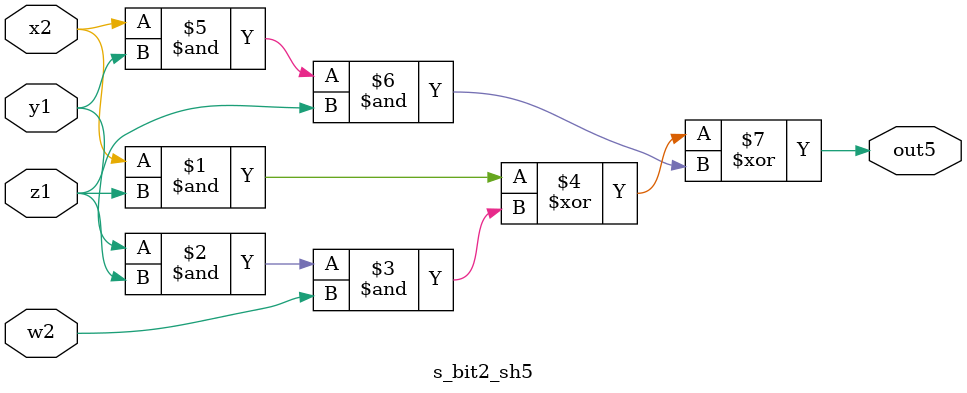
<source format=sv>

module s_bit2_sh5 (
  x2,
  z1,
  y1,
  w2,
  out5
);

    input wire x2;
    input wire z1;
    input wire y1;
    input wire w2;

    output wire out5;

    assign out5 = x2 & z1 ^ y1 & z1 & w2 ^ x2 & y1 & z1 ;

endmodule

</source>
